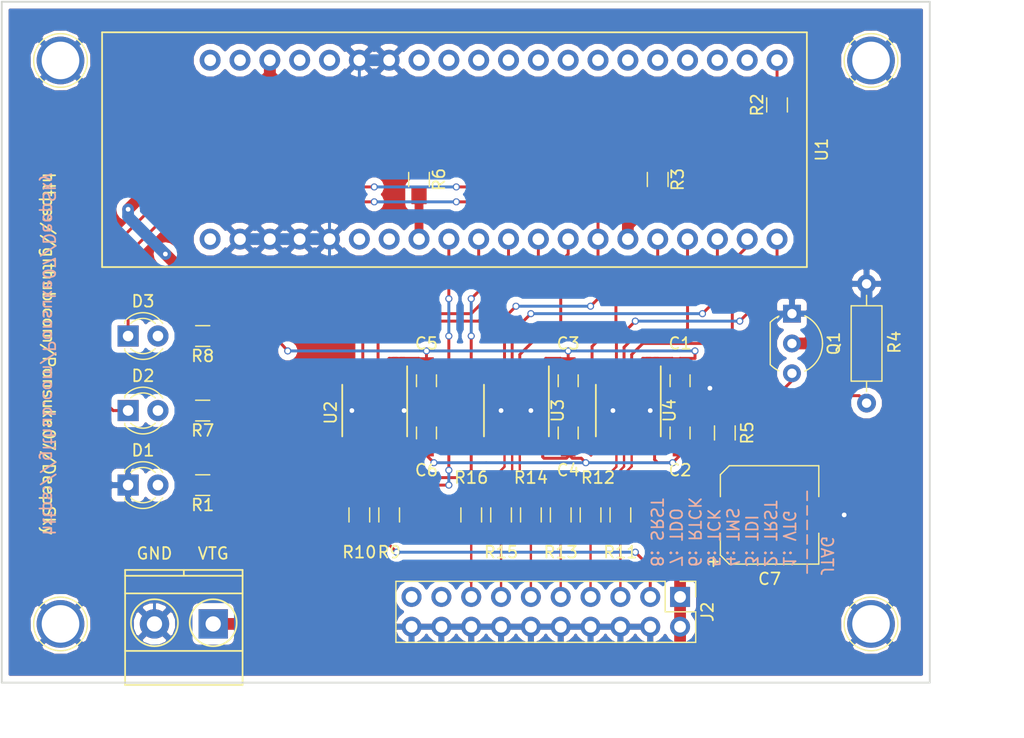
<source format=kicad_pcb>
(kicad_pcb (version 4) (host pcbnew 4.0.7-e2-6376~61~ubuntu18.04.1)
  (layers (0 F.Cu signal) (31 B.Cu signal) (34 B.Paste user) (35 F.Paste user) (36 B.SilkS user) (37 F.SilkS user) (38 B.Mask user) (39 F.Mask user) (44 Edge.Cuts user))
  (net 0 "")
  (net 1 VCC)
  (net 2 GND)
  (net 3 /TARGET_VCC)
  (net 4 "Net-(D1-Pad2)")
  (net 5 /nTARGET_VCC)
  (net 6 "Net-(D2-Pad2)")
  (net 7 /nSRST_IN)
  (net 8 "Net-(D3-Pad2)")
  (net 9 /nTRST_T)
  (net 10 /TDI_T)
  (net 11 /TMS_T)
  (net 12 /TCK_T)
  (net 13 /RTCK_T)
  (net 14 /TDO_T)
  (net 15 /nSRST_T)
  (net 16 "Net-(J2-Pad17)")
  (net 17 "Net-(J2-Pad19)")
  (net 18 "Net-(Q1-Pad3)")
  (net 19 "Net-(R2-Pad2)")
  (net 20 "Net-(R6-Pad2)")
  (net 21 "Net-(R9-Pad1)")
  (net 22 "Net-(R10-Pad1)")
  (net 23 "Net-(R11-Pad1)")
  (net 24 "Net-(R12-Pad1)")
  (net 25 "Net-(R13-Pad1)")
  (net 26 "Net-(R14-Pad1)")
  (net 27 "Net-(R15-Pad1)")
  (net 28 "Net-(R16-Pad1)")
  (net 29 "Net-(U1-Pad2)")
  (net 30 "Net-(U1-Pad3)")
  (net 31 "Net-(U1-Pad4)")
  (net 32 "Net-(U1-Pad5)")
  (net 33 "Net-(U1-Pad6)")
  (net 34 "Net-(U1-Pad7)")
  (net 35 "Net-(U1-Pad8)")
  (net 36 "Net-(U1-Pad9)")
  (net 37 "Net-(U1-Pad10)")
  (net 38 "Net-(U1-Pad11)")
  (net 39 "Net-(U1-Pad12)")
  (net 40 "Net-(U1-Pad13)")
  (net 41 "Net-(U1-Pad16)")
  (net 42 "Net-(U1-Pad17)")
  (net 43 "Net-(U1-Pad19)")
  (net 44 "Net-(U1-Pad20)")
  (net 45 "Net-(U1-Pad21)")
  (net 46 "Net-(U1-Pad26)")
  (net 47 "Net-(U1-Pad27)")
  (net 48 /nOE_SRST)
  (net 49 /nOE_TRST)
  (net 50 /nSRST)
  (net 51 /nTRST)
  (net 52 /RTCK)
  (net 53 /nOE)
  (net 54 /TMS)
  (net 55 /TDO)
  (net 56 /TDI)
  (net 57 /TCK)
  (net 58 "Net-(U2-Pad10)")
  (net 59 "Net-(U2-Pad12)")
  (net 60 "Net-(U3-Pad7)")
  (net 61 "Net-(U4-Pad10)")
  (module Capacitors_SMD:C_0805_HandSoldering (layer F.Cu) (at 156.745 105.285 270)
    (fp_text reference C1 (at -3.175 0 360) (layer F.SilkS))
    (fp_text value 0.1u hide)
    (pad 1 smd rect (at -1.25 0 270) (size 1.5 1.25) (layers F.Cu F.Paste F.Mask) (net 1 VCC))
    (pad 2 smd rect (at 1.25 0 270) (size 1.5 1.25) (layers F.Cu F.Paste F.Mask) (net 2 GND))
  )
  (module Capacitors_SMD:C_0805_HandSoldering (layer F.Cu) (at 156.745 109.73 90)
    (fp_text reference C2 (at -3.175 0 360) (layer F.SilkS))
    (fp_text value 0.1u hide)
    (pad 1 smd rect (at -1.25 0 90) (size 1.5 1.25) (layers F.Cu F.Paste F.Mask) (net 3 /TARGET_VCC))
    (pad 2 smd rect (at 1.25 0 90) (size 1.5 1.25) (layers F.Cu F.Paste F.Mask) (net 2 GND))
  )
  (module Capacitors_SMD:C_0805_HandSoldering (layer F.Cu) (at 147.22 105.285 270)
    (fp_text reference C3 (at -3.175 0 360) (layer F.SilkS))
    (fp_text value 0.1u hide)
    (pad 1 smd rect (at -1.25 0 270) (size 1.5 1.25) (layers F.Cu F.Paste F.Mask) (net 1 VCC))
    (pad 2 smd rect (at 1.25 0 270) (size 1.5 1.25) (layers F.Cu F.Paste F.Mask) (net 2 GND))
  )
  (module Capacitors_SMD:C_0805_HandSoldering (layer F.Cu) (at 147.22 109.73 90)
    (fp_text reference C4 (at -3.175 0 180) (layer F.SilkS))
    (fp_text value 0.1u hide)
    (pad 1 smd rect (at -1.25 0 90) (size 1.5 1.25) (layers F.Cu F.Paste F.Mask) (net 3 /TARGET_VCC))
    (pad 2 smd rect (at 1.25 0 90) (size 1.5 1.25) (layers F.Cu F.Paste F.Mask) (net 2 GND))
  )
  (module Capacitors_SMD:C_0805_HandSoldering (layer F.Cu) (at 135.155 105.285 270)
    (fp_text reference C5 (at -3.175 0 360) (layer F.SilkS))
    (fp_text value 0.1u hide)
    (pad 1 smd rect (at -1.25 0 270) (size 1.5 1.25) (layers F.Cu F.Paste F.Mask) (net 1 VCC))
    (pad 2 smd rect (at 1.25 0 270) (size 1.5 1.25) (layers F.Cu F.Paste F.Mask) (net 2 GND))
  )
  (module Capacitors_SMD:C_0805_HandSoldering (layer F.Cu) (at 135.155 109.73 90)
    (fp_text reference C6 (at -3.175 0 360) (layer F.SilkS))
    (fp_text value 0.1u hide)
    (pad 1 smd rect (at -1.25 0 90) (size 1.5 1.25) (layers F.Cu F.Paste F.Mask) (net 3 /TARGET_VCC))
    (pad 2 smd rect (at 1.25 0 90) (size 1.5 1.25) (layers F.Cu F.Paste F.Mask) (net 2 GND))
  )
  (module Capacitors_SMD:CP_Elec_8x6.7 (layer F.Cu) (at 164.365 116.715)
    (fp_text reference C7 (at 0 5.45) (layer F.SilkS))
    (fp_text value 47u)
    (fp_text user + (at -4.78 3.91) (layer F.SilkS))
    (pad 1 smd rect (at -3.05 0 180) (size 4 2.5) (layers F.Cu F.Paste F.Mask) (net 3 /TARGET_VCC))
    (pad 2 smd rect (at 3.05 0 180) (size 4 2.5) (layers F.Cu F.Paste F.Mask) (net 2 GND))
  )
  (module LEDs:LED_D3.0mm (layer F.Cu) (at 109.755 114.175)
    (fp_text reference D1 (at 1.27 -2.96) (layer F.SilkS))
    (fp_text value LED hide)
    (pad 1 thru_hole rect (at 0 0) (size 1.8 1.8) (drill 0.9) (layers *.Cu *.Mask) (net 2 GND))
    (pad 2 thru_hole circle (at 2.54 0) (size 1.8 1.8) (drill 0.9) (layers *.Cu *.Mask) (net 4 "Net-(D1-Pad2)"))
  )
  (module LEDs:LED_D3.0mm (layer F.Cu) (at 109.755 107.825)
    (fp_text reference D2 (at 1.27 -2.96) (layer F.SilkS))
    (fp_text value LED hide)
    (pad 1 thru_hole rect (at 0 0) (size 1.8 1.8) (drill 0.9) (layers *.Cu *.Mask) (net 5 /nTARGET_VCC))
    (pad 2 thru_hole circle (at 2.54 0) (size 1.8 1.8) (drill 0.9) (layers *.Cu *.Mask) (net 6 "Net-(D2-Pad2)"))
  )
  (module LEDs:LED_D3.0mm (layer F.Cu) (at 109.755 101.475)
    (fp_text reference D3 (at 1.27 -2.96) (layer F.SilkS))
    (fp_text value LED hide)
    (pad 1 thru_hole rect (at 0 0) (size 1.8 1.8) (drill 0.9) (layers *.Cu *.Mask) (net 7 /nSRST_IN))
    (pad 2 thru_hole circle (at 2.54 0) (size 1.8 1.8) (drill 0.9) (layers *.Cu *.Mask) (net 8 "Net-(D3-Pad2)"))
  )
  (module TerminalBlocks_Phoenix:TerminalBlock_Phoenix_MKDS1.5-2pol (layer F.Cu) (at 117 126 180)
    (fp_text reference J1 hide)
    (fp_text value Screw_Terminal_01x02 hide)
    (pad 1 thru_hole rect (at 0 0 180) (size 2.5 2.5) (drill 1.3) (layers *.Cu *.Mask) (net 3 /TARGET_VCC))
    (pad 2 thru_hole circle (at 5 0 180) (size 2.5 2.5) (drill 1.3) (layers *.Cu *.Mask) (net 2 GND))
  )
  (module Pin_Headers:Pin_Header_Straight_2x10_Pitch2.54mm (layer F.Cu) (at 156.745 123.7 270)
    (fp_text reference J2 (at 1.27 -2.33 270) (layer F.SilkS))
    (fp_text value Conn_JTAG)
    (pad 1 thru_hole rect (at 0 0 270) (size 1.7 1.7) (drill 1) (layers *.Cu *.Mask) (net 3 /TARGET_VCC))
    (pad 2 thru_hole oval (at 2.54 0 270) (size 1.7 1.7) (drill 1) (layers *.Cu *.Mask) (net 3 /TARGET_VCC))
    (pad 3 thru_hole oval (at 0 2.54 270) (size 1.7 1.7) (drill 1) (layers *.Cu *.Mask) (net 9 /nTRST_T))
    (pad 4 thru_hole oval (at 2.54 2.54 270) (size 1.7 1.7) (drill 1) (layers *.Cu *.Mask) (net 2 GND))
    (pad 5 thru_hole oval (at 0 5.08 270) (size 1.7 1.7) (drill 1) (layers *.Cu *.Mask) (net 10 /TDI_T))
    (pad 6 thru_hole oval (at 2.54 5.08 270) (size 1.7 1.7) (drill 1) (layers *.Cu *.Mask) (net 2 GND))
    (pad 7 thru_hole oval (at 0 7.62 270) (size 1.7 1.7) (drill 1) (layers *.Cu *.Mask) (net 11 /TMS_T))
    (pad 8 thru_hole oval (at 2.54 7.62 270) (size 1.7 1.7) (drill 1) (layers *.Cu *.Mask) (net 2 GND))
    (pad 9 thru_hole oval (at 0 10.16 270) (size 1.7 1.7) (drill 1) (layers *.Cu *.Mask) (net 12 /TCK_T))
    (pad 10 thru_hole oval (at 2.54 10.16 270) (size 1.7 1.7) (drill 1) (layers *.Cu *.Mask) (net 2 GND))
    (pad 11 thru_hole oval (at 0 12.7 270) (size 1.7 1.7) (drill 1) (layers *.Cu *.Mask) (net 13 /RTCK_T))
    (pad 12 thru_hole oval (at 2.54 12.7 270) (size 1.7 1.7) (drill 1) (layers *.Cu *.Mask) (net 2 GND))
    (pad 13 thru_hole oval (at 0 15.24 270) (size 1.7 1.7) (drill 1) (layers *.Cu *.Mask) (net 14 /TDO_T))
    (pad 14 thru_hole oval (at 2.54 15.24 270) (size 1.7 1.7) (drill 1) (layers *.Cu *.Mask) (net 2 GND))
    (pad 15 thru_hole oval (at 0 17.78 270) (size 1.7 1.7) (drill 1) (layers *.Cu *.Mask) (net 15 /nSRST_T))
    (pad 16 thru_hole oval (at 2.54 17.78 270) (size 1.7 1.7) (drill 1) (layers *.Cu *.Mask) (net 2 GND))
    (pad 17 thru_hole oval (at 0 20.32 270) (size 1.7 1.7) (drill 1) (layers *.Cu *.Mask) (net 16 "Net-(J2-Pad17)"))
    (pad 18 thru_hole oval (at 2.54 20.32 270) (size 1.7 1.7) (drill 1) (layers *.Cu *.Mask) (net 2 GND))
    (pad 19 thru_hole oval (at 0 22.86 270) (size 1.7 1.7) (drill 1) (layers *.Cu *.Mask) (net 17 "Net-(J2-Pad19)"))
    (pad 20 thru_hole oval (at 2.54 22.86 270) (size 1.7 1.7) (drill 1) (layers *.Cu *.Mask) (net 2 GND))
  )
  (module TO_SOT_Packages_THT:TO-92_Inline_Wide (layer F.Cu) (at 166.27 99.57 270)
    (fp_text reference Q1 (at 2.54 -3.56 450) (layer F.SilkS))
    (fp_text value 2SC1815)
    (pad 2 thru_hole circle (at 2.54 0) (size 1.52 1.52) (drill 0.8) (layers *.Cu *.Mask) (net 5 /nTARGET_VCC))
    (pad 3 thru_hole circle (at 5.08 0) (size 1.52 1.52) (drill 0.8) (layers *.Cu *.Mask) (net 18 "Net-(Q1-Pad3)"))
    (pad 1 thru_hole rect (at 0 0) (size 1.52 1.52) (drill 0.8) (layers *.Cu *.Mask) (net 2 GND))
  )
  (module Resistors_SMD:R_0805_HandSoldering (layer F.Cu) (at 165 81.79 90)
    (fp_text reference R2 (at 0 -1.7 90) (layer F.SilkS))
    (fp_text value 10K hide)
    (pad 1 smd rect (at -1.35 0 90) (size 1.5 1.3) (layers F.Cu F.Paste F.Mask) (net 1 VCC))
    (pad 2 smd rect (at 1.35 0 90) (size 1.5 1.3) (layers F.Cu F.Paste F.Mask) (net 19 "Net-(R2-Pad2)"))
  )
  (module Resistors_SMD:R_0805_HandSoldering (layer F.Cu) (at 154.84 88.14 270)
    (fp_text reference R3 (at 0 -1.7 270) (layer F.SilkS))
    (fp_text value 10K hide)
    (pad 1 smd rect (at -1.35 0 270) (size 1.5 1.3) (layers F.Cu F.Paste F.Mask) (net 1 VCC))
    (pad 2 smd rect (at 1.35 0 270) (size 1.5 1.3) (layers F.Cu F.Paste F.Mask) (net 5 /nTARGET_VCC))
  )
  (module Resistors_THT:R_Axial_DIN0207_L6.3mm_D2.5mm_P10.16mm_Horizontal (layer F.Cu) (at 172.62 107.19 90)
    (fp_text reference R4 (at 5.19 2.38 90) (layer F.SilkS))
    (fp_text value 100K hide)
    (pad 1 thru_hole circle (at 0 0 90) (size 1.6 1.6) (drill 0.8) (layers *.Cu *.Mask) (net 18 "Net-(Q1-Pad3)"))
    (pad 2 thru_hole oval (at 10.16 0 90) (size 1.6 1.6) (drill 0.8) (layers *.Cu *.Mask) (net 2 GND))
  )
  (module Resistors_SMD:R_0805_HandSoldering (layer F.Cu) (at 160.555 109.73 90)
    (fp_text reference R5 (at 0 1.905 270) (layer F.SilkS))
    (fp_text value 4.7K hide)
    (pad 1 smd rect (at -1.35 0 90) (size 1.5 1.3) (layers F.Cu F.Paste F.Mask) (net 3 /TARGET_VCC))
    (pad 2 smd rect (at 1.35 0 90) (size 1.5 1.3) (layers F.Cu F.Paste F.Mask) (net 18 "Net-(Q1-Pad3)"))
  )
  (module Resistors_SMD:R_0805_HandSoldering (layer F.Cu) (at 134.52 88.14 270)
    (fp_text reference R6 (at 0 -1.7 270) (layer F.SilkS))
    (fp_text value 10K hide)
    (pad 1 smd rect (at -1.35 0 270) (size 1.5 1.3) (layers F.Cu F.Paste F.Mask) (net 1 VCC))
    (pad 2 smd rect (at 1.35 0 270) (size 1.5 1.3) (layers F.Cu F.Paste F.Mask) (net 20 "Net-(R6-Pad2)"))
  )
  (module Resistors_SMD:R_0805_HandSoldering (layer F.Cu) (at 116.105 107.825 180)
    (fp_text reference R7 (at 0 -1.7 180) (layer F.SilkS))
    (fp_text value 4.7K hide)
    (pad 1 smd rect (at -1.35 0 180) (size 1.5 1.3) (layers F.Cu F.Paste F.Mask) (net 1 VCC))
    (pad 2 smd rect (at 1.35 0 180) (size 1.5 1.3) (layers F.Cu F.Paste F.Mask) (net 6 "Net-(D2-Pad2)"))
  )
  (module Resistors_SMD:R_0805_HandSoldering (layer F.Cu) (at 116.105 101.475 180)
    (fp_text reference R8 (at 0 -1.7 180) (layer F.SilkS))
    (fp_text value 4.7K hide)
    (pad 1 smd rect (at -1.35 0 180) (size 1.5 1.3) (layers F.Cu F.Paste F.Mask) (net 1 VCC))
    (pad 2 smd rect (at 1.35 0 180) (size 1.5 1.3) (layers F.Cu F.Paste F.Mask) (net 8 "Net-(D3-Pad2)"))
  )
  (module Resistors_SMD:R_0805_HandSoldering (layer F.Cu) (at 131.98 116.715 270)
    (fp_text reference R9 (at 3.175 0 360) (layer F.SilkS))
    (fp_text value 68 hide)
    (pad 1 smd rect (at -1.35 0 270) (size 1.5 1.3) (layers F.Cu F.Paste F.Mask) (net 21 "Net-(R9-Pad1)"))
    (pad 2 smd rect (at 1.35 0 270) (size 1.5 1.3) (layers F.Cu F.Paste F.Mask) (net 9 /nTRST_T))
  )
  (module Resistors_SMD:R_0805_HandSoldering (layer F.Cu) (at 129.44 116.715 270)
    (fp_text reference R10 (at 3.175 0 360) (layer F.SilkS))
    (fp_text value 68 hide)
    (pad 1 smd rect (at -1.35 0 270) (size 1.5 1.3) (layers F.Cu F.Paste F.Mask) (net 22 "Net-(R10-Pad1)"))
    (pad 2 smd rect (at 1.35 0 270) (size 1.5 1.3) (layers F.Cu F.Paste F.Mask) (net 15 /nSRST_T))
  )
  (module Resistors_SMD:R_0805_HandSoldering (layer F.Cu) (at 151.665 116.715 270)
    (fp_text reference R11 (at 3.175 0 360) (layer F.SilkS))
    (fp_text value 68 hide)
    (pad 1 smd rect (at -1.35 0 270) (size 1.5 1.3) (layers F.Cu F.Paste F.Mask) (net 23 "Net-(R11-Pad1)"))
    (pad 2 smd rect (at 1.35 0 270) (size 1.5 1.3) (layers F.Cu F.Paste F.Mask) (net 10 /TDI_T))
  )
  (module Resistors_SMD:R_0805_HandSoldering (layer F.Cu) (at 149.125 116.715 270)
    (fp_text reference R12 (at -3.175 -0.635 540) (layer F.SilkS))
    (fp_text value 68 hide)
    (pad 1 smd rect (at -1.35 0 270) (size 1.5 1.3) (layers F.Cu F.Paste F.Mask) (net 24 "Net-(R12-Pad1)"))
    (pad 2 smd rect (at 1.35 0 270) (size 1.5 1.3) (layers F.Cu F.Paste F.Mask) (net 11 /TMS_T))
  )
  (module Resistors_SMD:R_0805_HandSoldering (layer F.Cu) (at 146.585 116.715 270)
    (fp_text reference R13 (at 3.175 0 540) (layer F.SilkS))
    (fp_text value 68 hide)
    (pad 1 smd rect (at -1.35 0 270) (size 1.5 1.3) (layers F.Cu F.Paste F.Mask) (net 25 "Net-(R13-Pad1)"))
    (pad 2 smd rect (at 1.35 0 270) (size 1.5 1.3) (layers F.Cu F.Paste F.Mask) (net 12 /TCK_T))
  )
  (module Resistors_SMD:R_0805_HandSoldering (layer F.Cu) (at 144.045 116.715 270)
    (fp_text reference R14 (at -3.175 0 540) (layer F.SilkS))
    (fp_text value 68 hide)
    (pad 1 smd rect (at -1.35 0 270) (size 1.5 1.3) (layers F.Cu F.Paste F.Mask) (net 26 "Net-(R14-Pad1)"))
    (pad 2 smd rect (at 1.35 0 270) (size 1.5 1.3) (layers F.Cu F.Paste F.Mask) (net 13 /RTCK_T))
  )
  (module Resistors_SMD:R_0805_HandSoldering (layer F.Cu) (at 141.505 116.715 270)
    (fp_text reference R15 (at 3.175 0 360) (layer F.SilkS))
    (fp_text value 68 hide)
    (pad 1 smd rect (at -1.35 0 270) (size 1.5 1.3) (layers F.Cu F.Paste F.Mask) (net 27 "Net-(R15-Pad1)"))
    (pad 2 smd rect (at 1.35 0 270) (size 1.5 1.3) (layers F.Cu F.Paste F.Mask) (net 14 /TDO_T))
  )
  (module Resistors_SMD:R_0805_HandSoldering (layer F.Cu) (at 138.965 116.715 270)
    (fp_text reference R16 (at -3.175 0 360) (layer F.SilkS))
    (fp_text value 68 hide)
    (pad 1 smd rect (at -1.35 0 270) (size 1.5 1.3) (layers F.Cu F.Paste F.Mask) (net 28 "Net-(R16-Pad1)"))
    (pad 2 smd rect (at 1.35 0 270) (size 1.5 1.3) (layers F.Cu F.Paste F.Mask) (net 15 /nSRST_T))
  )
  (module AE-2232:AE-FT2232 (layer F.Cu) (at 140.87 85.6 270)
    (fp_text reference U1 (at 0 -27.94 270) (layer F.SilkS))
    (fp_text value FT2232D hide)
    (pad 1 thru_hole circle (at -7.62 -24.13 270) (size 1.778 1.778) (drill 1) (layers *.Cu *.Mask) (net 19 "Net-(R2-Pad2)"))
    (pad 2 thru_hole circle (at -7.62 -21.59 270) (size 1.778 1.778) (drill 1) (layers *.Cu *.Mask) (net 29 "Net-(U1-Pad2)"))
    (pad 3 thru_hole circle (at -7.62 -19.05 270) (size 1.778 1.778) (drill 1) (layers *.Cu *.Mask) (net 30 "Net-(U1-Pad3)"))
    (pad 4 thru_hole circle (at -7.62 -16.51 270) (size 1.778 1.778) (drill 1) (layers *.Cu *.Mask) (net 31 "Net-(U1-Pad4)"))
    (pad 5 thru_hole circle (at -7.62 -13.97 270) (size 1.778 1.778) (drill 1) (layers *.Cu *.Mask) (net 32 "Net-(U1-Pad5)"))
    (pad 6 thru_hole circle (at -7.62 -11.43 270) (size 1.778 1.778) (drill 1) (layers *.Cu *.Mask) (net 33 "Net-(U1-Pad6)"))
    (pad 7 thru_hole circle (at -7.62 -8.89 270) (size 1.778 1.778) (drill 1) (layers *.Cu *.Mask) (net 34 "Net-(U1-Pad7)"))
    (pad 8 thru_hole circle (at -7.62 -6.35 270) (size 1.778 1.778) (drill 1) (layers *.Cu *.Mask) (net 35 "Net-(U1-Pad8)"))
    (pad 9 thru_hole circle (at -7.62 -3.81 270) (size 1.778 1.778) (drill 1) (layers *.Cu *.Mask) (net 36 "Net-(U1-Pad9)"))
    (pad 10 thru_hole circle (at -7.62 -1.27 270) (size 1.778 1.778) (drill 1) (layers *.Cu *.Mask) (net 37 "Net-(U1-Pad10)"))
    (pad 11 thru_hole circle (at -7.62 1.27 270) (size 1.778 1.778) (drill 1) (layers *.Cu *.Mask) (net 38 "Net-(U1-Pad11)"))
    (pad 12 thru_hole circle (at -7.62 3.81 270) (size 1.778 1.778) (drill 1) (layers *.Cu *.Mask) (net 39 "Net-(U1-Pad12)"))
    (pad 13 thru_hole circle (at -7.62 6.35 270) (size 1.778 1.778) (drill 1) (layers *.Cu *.Mask) (net 40 "Net-(U1-Pad13)"))
    (pad 14 thru_hole circle (at -7.62 8.89 270) (size 1.778 1.778) (drill 1) (layers *.Cu *.Mask) (net 2 GND))
    (pad 15 thru_hole circle (at -7.62 11.43 270) (size 1.778 1.778) (drill 1) (layers *.Cu *.Mask) (net 2 GND))
    (pad 16 thru_hole circle (at -7.62 13.97 270) (size 1.778 1.778) (drill 1) (layers *.Cu *.Mask) (net 41 "Net-(U1-Pad16)"))
    (pad 17 thru_hole circle (at -7.62 16.51 270) (size 1.778 1.778) (drill 1) (layers *.Cu *.Mask) (net 42 "Net-(U1-Pad17)"))
    (pad 18 thru_hole circle (at -7.62 19.05 270) (size 1.778 1.778) (drill 1) (layers *.Cu *.Mask) (net 1 VCC))
    (pad 19 thru_hole circle (at -7.62 21.59 270) (size 1.778 1.778) (drill 1) (layers *.Cu *.Mask) (net 43 "Net-(U1-Pad19)"))
    (pad 20 thru_hole circle (at -7.62 24.13 270) (size 1.778 1.778) (drill 1) (layers *.Cu *.Mask) (net 44 "Net-(U1-Pad20)"))
    (pad 21 thru_hole circle (at 7.62 24.13 270) (size 1.778 1.778) (drill 1) (layers *.Cu *.Mask) (net 45 "Net-(U1-Pad21)"))
    (pad 22 thru_hole circle (at 7.62 21.59 270) (size 1.778 1.778) (drill 1) (layers *.Cu *.Mask) (net 2 GND))
    (pad 23 thru_hole circle (at 7.62 19.05 270) (size 1.778 1.778) (drill 1) (layers *.Cu *.Mask) (net 2 GND))
    (pad 24 thru_hole circle (at 7.62 16.51 270) (size 1.778 1.778) (drill 1) (layers *.Cu *.Mask) (net 2 GND))
    (pad 25 thru_hole circle (at 7.62 13.97 270) (size 1.778 1.778) (drill 1) (layers *.Cu *.Mask) (net 2 GND))
    (pad 26 thru_hole circle (at 7.62 11.43 270) (size 1.778 1.778) (drill 1) (layers *.Cu *.Mask) (net 46 "Net-(U1-Pad26)"))
    (pad 27 thru_hole circle (at 7.62 8.89 270) (size 1.778 1.778) (drill 1) (layers *.Cu *.Mask) (net 47 "Net-(U1-Pad27)"))
    (pad 28 thru_hole circle (at 7.62 6.35 270) (size 1.778 1.778) (drill 1) (layers *.Cu *.Mask) (net 20 "Net-(R6-Pad2)"))
    (pad 29 thru_hole circle (at 7.62 3.81 270) (size 1.778 1.778) (drill 1) (layers *.Cu *.Mask) (net 48 /nOE_SRST))
    (pad 30 thru_hole circle (at 7.62 1.27 270) (size 1.778 1.778) (drill 1) (layers *.Cu *.Mask) (net 49 /nOE_TRST))
    (pad 31 thru_hole circle (at 7.62 -1.27 270) (size 1.778 1.778) (drill 1) (layers *.Cu *.Mask) (net 50 /nSRST))
    (pad 32 thru_hole circle (at 7.62 -3.81 270) (size 1.778 1.778) (drill 1) (layers *.Cu *.Mask) (net 51 /nTRST))
    (pad 33 thru_hole circle (at 7.62 -6.35 270) (size 1.778 1.778) (drill 1) (layers *.Cu *.Mask) (net 52 /RTCK))
    (pad 34 thru_hole circle (at 7.62 -8.89 270) (size 1.778 1.778) (drill 1) (layers *.Cu *.Mask) (net 7 /nSRST_IN))
    (pad 35 thru_hole circle (at 7.62 -11.43 270) (size 1.778 1.778) (drill 1) (layers *.Cu *.Mask) (net 5 /nTARGET_VCC))
    (pad 36 thru_hole circle (at 7.62 -13.97 270) (size 1.778 1.778) (drill 1) (layers *.Cu *.Mask) (net 53 /nOE))
    (pad 37 thru_hole circle (at 7.62 -16.51 270) (size 1.778 1.778) (drill 1) (layers *.Cu *.Mask) (net 54 /TMS))
    (pad 38 thru_hole circle (at 7.62 -19.05 270) (size 1.778 1.778) (drill 1) (layers *.Cu *.Mask) (net 55 /TDO))
    (pad 39 thru_hole circle (at 7.62 -21.59 270) (size 1.778 1.778) (drill 1) (layers *.Cu *.Mask) (net 56 /TDI))
    (pad 40 thru_hole circle (at 7.62 -24.13 270) (size 1.778 1.778) (drill 1) (layers *.Cu *.Mask) (net 57 /TCK))
  )
  (module Package_SO:TSSOP-16_4.4x5mm_P0.65mm (layer F.Cu) (at 130.71 107.825 270)
    (fp_text reference U2 (at 0.175 3.71 270) (layer F.SilkS))
    (fp_text value SN74AVC4T245PW hide)
    (pad 1 smd rect (at -2.95 -2.275 270) (size 1.5 0.45) (layers F.Cu F.Paste F.Mask) (net 1 VCC))
    (pad 2 smd rect (at -2.95 -1.625 270) (size 1.5 0.45) (layers F.Cu F.Paste F.Mask) (net 1 VCC))
    (pad 3 smd rect (at -2.95 -0.975 270) (size 1.5 0.45) (layers F.Cu F.Paste F.Mask) (net 1 VCC))
    (pad 4 smd rect (at -2.95 -0.325 270) (size 1.5 0.45) (layers F.Cu F.Paste F.Mask) (net 51 /nTRST))
    (pad 5 smd rect (at -2.95 0.325 270) (size 1.5 0.45) (layers F.Cu F.Paste F.Mask) (net 2 GND))
    (pad 6 smd rect (at -2.95 0.975 270) (size 1.5 0.45) (layers F.Cu F.Paste F.Mask) (net 50 /nSRST))
    (pad 7 smd rect (at -2.95 1.625 270) (size 1.5 0.45) (layers F.Cu F.Paste F.Mask) (net 2 GND))
    (pad 8 smd rect (at -2.95 2.275 270) (size 1.5 0.45) (layers F.Cu F.Paste F.Mask) (net 2 GND))
    (pad 9 smd rect (at 2.95 2.275 270) (size 1.5 0.45) (layers F.Cu F.Paste F.Mask) (net 2 GND))
    (pad 10 smd rect (at 2.95 1.625 270) (size 1.5 0.45) (layers F.Cu F.Paste F.Mask) (net 58 "Net-(U2-Pad10)"))
    (pad 11 smd rect (at 2.95 0.975 270) (size 1.5 0.45) (layers F.Cu F.Paste F.Mask) (net 22 "Net-(R10-Pad1)"))
    (pad 12 smd rect (at 2.95 0.325 270) (size 1.5 0.45) (layers F.Cu F.Paste F.Mask) (net 59 "Net-(U2-Pad12)"))
    (pad 13 smd rect (at 2.95 -0.325 270) (size 1.5 0.45) (layers F.Cu F.Paste F.Mask) (net 21 "Net-(R9-Pad1)"))
    (pad 14 smd rect (at 2.95 -0.975 270) (size 1.5 0.45) (layers F.Cu F.Paste F.Mask) (net 48 /nOE_SRST))
    (pad 15 smd rect (at 2.95 -1.625 270) (size 1.5 0.45) (layers F.Cu F.Paste F.Mask) (net 49 /nOE_TRST))
    (pad 16 smd rect (at 2.95 -2.275 270) (size 1.5 0.45) (layers F.Cu F.Paste F.Mask) (net 3 /TARGET_VCC))
  )
  (module Package_SO:TSSOP-16_4.4x5mm_P0.65mm (layer F.Cu) (at 142.775 107.825 270)
    (fp_text reference U3 (at 0 -3.55 270) (layer F.SilkS))
    (fp_text value SN74AVC4T245PW hide)
    (pad 1 smd rect (at -2.95 -2.275 270) (size 1.5 0.45) (layers F.Cu F.Paste F.Mask) (net 1 VCC))
    (pad 2 smd rect (at -2.95 -1.625 270) (size 1.5 0.45) (layers F.Cu F.Paste F.Mask) (net 2 GND))
    (pad 3 smd rect (at -2.95 -0.975 270) (size 1.5 0.45) (layers F.Cu F.Paste F.Mask) (net 2 GND))
    (pad 4 smd rect (at -2.95 -0.325 270) (size 1.5 0.45) (layers F.Cu F.Paste F.Mask) (net 52 /RTCK))
    (pad 5 smd rect (at -2.95 0.325 270) (size 1.5 0.45) (layers F.Cu F.Paste F.Mask) (net 55 /TDO))
    (pad 6 smd rect (at -2.95 0.975 270) (size 1.5 0.45) (layers F.Cu F.Paste F.Mask) (net 7 /nSRST_IN))
    (pad 7 smd rect (at -2.95 1.625 270) (size 1.5 0.45) (layers F.Cu F.Paste F.Mask) (net 60 "Net-(U3-Pad7)"))
    (pad 8 smd rect (at -2.95 2.275 270) (size 1.5 0.45) (layers F.Cu F.Paste F.Mask) (net 2 GND))
    (pad 9 smd rect (at 2.95 2.275 270) (size 1.5 0.45) (layers F.Cu F.Paste F.Mask) (net 2 GND))
    (pad 10 smd rect (at 2.95 1.625 270) (size 1.5 0.45) (layers F.Cu F.Paste F.Mask) (net 2 GND))
    (pad 11 smd rect (at 2.95 0.975 270) (size 1.5 0.45) (layers F.Cu F.Paste F.Mask) (net 28 "Net-(R16-Pad1)"))
    (pad 12 smd rect (at 2.95 0.325 270) (size 1.5 0.45) (layers F.Cu F.Paste F.Mask) (net 27 "Net-(R15-Pad1)"))
    (pad 13 smd rect (at 2.95 -0.325 270) (size 1.5 0.45) (layers F.Cu F.Paste F.Mask) (net 26 "Net-(R14-Pad1)"))
    (pad 14 smd rect (at 2.95 -0.975 270) (size 1.5 0.45) (layers F.Cu F.Paste F.Mask) (net 2 GND))
    (pad 15 smd rect (at 2.95 -1.625 270) (size 1.5 0.45) (layers F.Cu F.Paste F.Mask) (net 2 GND))
    (pad 16 smd rect (at 2.95 -2.275 270) (size 1.5 0.45) (layers F.Cu F.Paste F.Mask) (net 3 /TARGET_VCC))
  )
  (module Package_SO:TSSOP-16_4.4x5mm_P0.65mm (layer F.Cu) (at 152.3 107.825 270)
    (fp_text reference U4 (at 0 -3.55 270) (layer F.SilkS))
    (fp_text value SN74AVC4T245PW hide)
    (pad 1 smd rect (at -2.95 -2.275 270) (size 1.5 0.45) (layers F.Cu F.Paste F.Mask) (net 1 VCC))
    (pad 2 smd rect (at -2.95 -1.625 270) (size 1.5 0.45) (layers F.Cu F.Paste F.Mask) (net 1 VCC))
    (pad 3 smd rect (at -2.95 -0.975 270) (size 1.5 0.45) (layers F.Cu F.Paste F.Mask) (net 1 VCC))
    (pad 4 smd rect (at -2.95 -0.325 270) (size 1.5 0.45) (layers F.Cu F.Paste F.Mask) (net 56 /TDI))
    (pad 5 smd rect (at -2.95 0.325 270) (size 1.5 0.45) (layers F.Cu F.Paste F.Mask) (net 54 /TMS))
    (pad 6 smd rect (at -2.95 0.975 270) (size 1.5 0.45) (layers F.Cu F.Paste F.Mask) (net 57 /TCK))
    (pad 7 smd rect (at -2.95 1.625 270) (size 1.5 0.45) (layers F.Cu F.Paste F.Mask) (net 2 GND))
    (pad 8 smd rect (at -2.95 2.275 270) (size 1.5 0.45) (layers F.Cu F.Paste F.Mask) (net 2 GND))
    (pad 9 smd rect (at 2.95 2.275 270) (size 1.5 0.45) (layers F.Cu F.Paste F.Mask) (net 2 GND))
    (pad 10 smd rect (at 2.95 1.625 270) (size 1.5 0.45) (layers F.Cu F.Paste F.Mask) (net 61 "Net-(U4-Pad10)"))
    (pad 11 smd rect (at 2.95 0.975 270) (size 1.5 0.45) (layers F.Cu F.Paste F.Mask) (net 25 "Net-(R13-Pad1)"))
    (pad 12 smd rect (at 2.95 0.325 270) (size 1.5 0.45) (layers F.Cu F.Paste F.Mask) (net 24 "Net-(R12-Pad1)"))
    (pad 13 smd rect (at 2.95 -0.325 270) (size 1.5 0.45) (layers F.Cu F.Paste F.Mask) (net 23 "Net-(R11-Pad1)"))
    (pad 14 smd rect (at 2.95 -0.975 270) (size 1.5 0.45) (layers F.Cu F.Paste F.Mask) (net 53 /nOE))
    (pad 15 smd rect (at 2.95 -1.625 270) (size 1.5 0.45) (layers F.Cu F.Paste F.Mask) (net 53 /nOE))
    (pad 16 smd rect (at 2.95 -2.275 270) (size 1.5 0.45) (layers F.Cu F.Paste F.Mask) (net 3 /TARGET_VCC))
  )
  (module Resistors_SMD:R_0805_HandSoldering (layer F.Cu) (at 116.105 114.175 180)
    (fp_text reference R1 (at 0 -1.7 180) (layer F.SilkS))
    (fp_text value 4.7K hide)
    (pad 1 smd rect (at -1.35 0 180) (size 1.5 1.3) (layers F.Cu F.Paste F.Mask) (net 1 VCC))
    (pad 2 smd rect (at 1.35 0 180) (size 1.5 1.3) (layers F.Cu F.Paste F.Mask) (net 4 "Net-(D1-Pad2)"))
  )
  (module Connectors:1pin (layer F.Cu) (at 104 126)
    (fp_text reference REF** hide)
    (fp_text value 1pin)
    (pad 1 thru_hole circle (at 0 0) (size 4.064 4.064) (drill 3.2) (layers *.Cu *.Mask) (net 2 GND))
  )
  (module Connectors:1pin (layer F.Cu) (at 104 78)
    (fp_text reference REF** hide)
    (fp_text value 1pin)
    (pad 1 thru_hole circle (at 0 0) (size 4.064 4.064) (drill 3.2) (layers *.Cu *.Mask) (net 2 GND))
  )
  (module Connectors:1pin (layer F.Cu) (at 173 126)
    (fp_text reference REF** hide)
    (fp_text value 1pin)
    (pad 1 thru_hole circle (at 0 0) (size 4.064 4.064) (drill 3.2) (layers *.Cu *.Mask) (net 2 GND))
  )
  (module Connectors:1pin (layer F.Cu) (at 173 78)
    (fp_text reference REF** hide)
    (fp_text value 1pin)
    (pad 1 thru_hole circle (at 0 0) (size 4.064 4.064) (drill 3.2) (layers *.Cu *.Mask) (net 2 GND))
  )
  (gr_text https://github.com/Ponsuke07/DeepSky (at 103 103 270) (layer F.SilkS) (effects (font (size 1 1))))
  (gr_text https://github.com/Ponsuke07/DeepSky (at 103 103 270) (layer B.SilkS) (effects (font (size 1 1)) (justify mirror)))
  (gr_text "JTAG\n------\n 1: VTG\n 2: TRST\n 3: TDI\n 4: TMS\n 5: TCK\n 6: RTCK\n 7: TDO\n 8: SRST" (at 162 122 270) (layer B.SilkS) (effects (font (size 1 1)) (justify left mirror)))
  (gr_text GND (at 112 120) (layer F.SilkS) (effects (font (size 1 1))))
  (gr_text VTG (at 117 120) (layer F.SilkS) (effects (font (size 1 1))))
  (gr_line (start 178 131) (end 178 73) (angle 90) (layer Edge.Cuts) (width 0.15))
  (gr_line (start 99 73) (end 99 131) (angle 90) (layer Edge.Cuts) (width 0.15))
  (gr_line (start 178 131) (end 99 131) (angle 90) (layer Edge.Cuts) (width 0.15))
  (gr_line (start 99 73) (end 178 73) (angle 90) (layer Edge.Cuts) (width 0.15))
  (segment (start 109.755 91.315) (end 109.755 90.68) (width 1) (layer B.Cu) (net 1))
  (segment (start 112.93 94.49) (end 109.755 91.315) (width 1) (layer B.Cu) (net 1))
  (segment (start 135.155 102.745) (end 123.344 102.745) (width 0.25) (layer B.Cu) (net 1))
  (segment (start 147.22 102.745) (end 158.015 102.745) (width 0.25) (layer B.Cu) (net 1))
  (segment (start 135.155 102.745) (end 147.22 102.745) (width 0.25) (layer B.Cu) (net 1))
  (segment (start 117.455 101.475) (end 117.455 99.015) (width 1) (layer F.Cu) (net 1))
  (segment (start 118.645 82.425) (end 121.82 79.25) (width 1) (layer F.Cu) (net 1))
  (segment (start 118.01 82.425) (end 118.645 82.425) (width 1) (layer F.Cu) (net 1))
  (segment (start 109.755 90.68) (end 118.01 82.425) (width 1) (layer F.Cu) (net 1))
  (via (at 109.755 90.68) (size 0.6) (drill 0.4) (layers F.Cu B.Cu) (net 1))
  (via (at 112.93 94.49) (size 0.6) (drill 0.4) (layers F.Cu B.Cu) (net 1))
  (segment (start 117.455 99.015) (end 112.93 94.49) (width 1) (layer F.Cu) (net 1))
  (segment (start 117.455 114.175) (end 117.455 107.825) (width 1) (layer F.Cu) (net 1))
  (segment (start 122.201 101.475) (end 117.455 101.475) (width 0.25) (layer F.Cu) (net 1))
  (segment (start 123.344 102.745) (end 122.201 101.475) (width 0.25) (layer F.Cu) (net 1))
  (via (at 123.344 102.745) (size 0.6) (drill 0.4) (layers F.Cu B.Cu) (net 1))
  (segment (start 158.015 103.38) (end 156.745 103.38) (width 0.25) (layer F.Cu) (net 1))
  (segment (start 158.015 102.745) (end 158.015 103.38) (width 0.25) (layer F.Cu) (net 1))
  (via (at 158.015 102.745) (size 0.6) (drill 0.4) (layers F.Cu B.Cu) (net 1))
  (segment (start 156.745 103.38) (end 156.745 104.035) (width 0.25) (layer F.Cu) (net 1))
  (segment (start 135.155 104.035) (end 135.155 102.745) (width 0.25) (layer F.Cu) (net 1))
  (segment (start 147.22 102.745) (end 147.22 104.035) (width 0.25) (layer F.Cu) (net 1))
  (via (at 147.22 102.745) (size 0.6) (drill 0.4) (layers F.Cu B.Cu) (net 1))
  (via (at 135.155 102.745) (size 0.6) (drill 0.4) (layers F.Cu B.Cu) (net 1))
  (segment (start 132.985 104.875) (end 132.985 103.38) (width 0.25) (layer F.Cu) (net 1))
  (segment (start 132.985 103.38) (end 133.25 103.38) (width 0.25) (layer F.Cu) (net 1))
  (segment (start 132.335 104.875) (end 132.335 103.38) (width 0.25) (layer F.Cu) (net 1))
  (segment (start 132.335 103.38) (end 132.615 103.38) (width 0.25) (layer F.Cu) (net 1))
  (segment (start 131.685 104.875) (end 131.685 103.675) (width 0.25) (layer F.Cu) (net 1))
  (segment (start 134.5 103.38) (end 135.155 104.035) (width 0.25) (layer F.Cu) (net 1))
  (segment (start 131.98 103.38) (end 132.615 103.38) (width 0.25) (layer F.Cu) (net 1))
  (segment (start 132.615 103.38) (end 133.25 103.38) (width 0.25) (layer F.Cu) (net 1))
  (segment (start 133.25 103.38) (end 134.5 103.38) (width 0.25) (layer F.Cu) (net 1))
  (segment (start 131.685 103.675) (end 131.98 103.38) (width 0.25) (layer F.Cu) (net 1))
  (segment (start 145.05 104.875) (end 145.05 103.645) (width 0.25) (layer F.Cu) (net 1))
  (segment (start 145.05 103.645) (end 145.315 103.38) (width 0.25) (layer F.Cu) (net 1))
  (segment (start 145.315 103.38) (end 146.565 103.38) (width 0.25) (layer F.Cu) (net 1))
  (segment (start 146.565 103.38) (end 147.22 104.035) (width 0.25) (layer F.Cu) (net 1))
  (segment (start 154.575 104.875) (end 154.575 103.38) (width 0.25) (layer F.Cu) (net 1))
  (segment (start 154.575 103.38) (end 154.84 103.38) (width 0.25) (layer F.Cu) (net 1))
  (segment (start 153.925 104.875) (end 153.925 103.38) (width 0.25) (layer F.Cu) (net 1))
  (segment (start 153.925 103.38) (end 154.205 103.38) (width 0.25) (layer F.Cu) (net 1))
  (segment (start 153.275 104.875) (end 153.275 103.675) (width 0.25) (layer F.Cu) (net 1))
  (segment (start 156.09 103.38) (end 156.745 104.035) (width 0.25) (layer F.Cu) (net 1))
  (segment (start 153.57 103.38) (end 154.205 103.38) (width 0.25) (layer F.Cu) (net 1))
  (segment (start 154.205 103.38) (end 154.84 103.38) (width 0.25) (layer F.Cu) (net 1))
  (segment (start 154.84 103.38) (end 156.09 103.38) (width 0.25) (layer F.Cu) (net 1))
  (segment (start 153.275 103.675) (end 153.57 103.38) (width 0.25) (layer F.Cu) (net 1))
  (segment (start 117.455 107.825) (end 117.455 101.475) (width 1) (layer F.Cu) (net 1))
  (segment (start 121.82 79.25) (end 121.82 77.98) (width 1) (layer F.Cu) (net 1))
  (segment (start 154.84 86.79) (end 154.84 85.6) (width 1) (layer F.Cu) (net 1))
  (segment (start 165 83.14) (end 165 85.6) (width 1) (layer F.Cu) (net 1))
  (segment (start 134.52 86.79) (end 134.52 85.6) (width 1) (layer F.Cu) (net 1))
  (segment (start 121.82 79.25) (end 121.82 77.98) (width 1) (layer F.Cu) (net 1))
  (segment (start 128.17 85.6) (end 121.82 79.25) (width 1) (layer F.Cu) (net 1))
  (segment (start 134.52 85.6) (end 128.17 85.6) (width 1) (layer F.Cu) (net 1))
  (segment (start 165 85.6) (end 154.84 85.6) (width 1) (layer F.Cu) (net 1))
  (segment (start 154.84 85.6) (end 134.52 85.6) (width 1) (layer F.Cu) (net 1))
  (segment (start 112 123) (end 128 123) (width 0.25) (layer B.Cu) (net 2))
  (segment (start 131.24 126.24) (end 133.885 126.24) (width 0.25) (layer B.Cu) (net 2))
  (segment (start 128 123) (end 131.24 126.24) (width 0.25) (layer B.Cu) (net 2))
  (segment (start 109.755 114.175) (end 109.755 120.755) (width 0.25) (layer B.Cu) (net 2))
  (segment (start 112 123) (end 112 126) (width 0.25) (layer B.Cu) (net 2))
  (segment (start 109.755 120.755) (end 112 123) (width 0.25) (layer B.Cu) (net 2))
  (segment (start 154.205 107.825) (end 151.03 107.825) (width 0.25) (layer B.Cu) (net 2))
  (via (at 151.03 107.825) (size 0.6) (drill 0.4) (layers F.Cu B.Cu) (net 2))
  (segment (start 126.9 93.22) (end 126.9 83.695) (width 0.25) (layer B.Cu) (net 2))
  (segment (start 129.44 81.155) (end 129.44 77.98) (width 0.25) (layer B.Cu) (net 2))
  (segment (start 126.9 83.695) (end 129.44 81.155) (width 0.25) (layer B.Cu) (net 2))
  (segment (start 126.9 93.22) (end 126.9 99.57) (width 0.25) (layer B.Cu) (net 2))
  (segment (start 126.9 99.57) (end 120.423 101.475) (width 0.25) (layer B.Cu) (net 2))
  (segment (start 120.423 101.475) (end 120.423 103.253) (width 0.25) (layer B.Cu) (net 2))
  (segment (start 120.423 103.253) (end 128.805 107.825) (width 0.25) (layer B.Cu) (net 2))
  (segment (start 109.755 114.175) (end 109.755 112.905) (width 0.25) (layer B.Cu) (net 2))
  (segment (start 125.63 111) (end 128.805 107.825) (width 0.25) (layer B.Cu) (net 2))
  (segment (start 111.66 111) (end 125.63 111) (width 0.25) (layer B.Cu) (net 2))
  (segment (start 109.755 112.905) (end 111.66 111) (width 0.25) (layer B.Cu) (net 2))
  (segment (start 126.9 93.22) (end 124.36 93.22) (width 1) (layer B.Cu) (net 2))
  (segment (start 124.36 93.22) (end 121.82 93.22) (width 1) (layer B.Cu) (net 2))
  (segment (start 121.82 93.22) (end 119.28 93.22) (width 1) (layer B.Cu) (net 2))
  (segment (start 129.44 77.98) (end 131.98 77.98) (width 1) (layer B.Cu) (net 2))
  (segment (start 172.62 101.475) (end 172.62 97.03) (width 1) (layer B.Cu) (net 2))
  (segment (start 170.715 103.38) (end 172.62 101.475) (width 1) (layer B.Cu) (net 2))
  (segment (start 170.715 116.715) (end 170.715 103.38) (width 1) (layer B.Cu) (net 2))
  (segment (start 144.045 107.825) (end 154.205 107.825) (width 0.25) (layer B.Cu) (net 2))
  (segment (start 134.5 107.825) (end 141.505 107.825) (width 0.25) (layer B.Cu) (net 2))
  (segment (start 133.25 107.825) (end 134.5 107.825) (width 0.25) (layer B.Cu) (net 2))
  (segment (start 166.27 99.57) (end 165.635 99.57) (width 0.25) (layer B.Cu) (net 2))
  (segment (start 165.635 99.57) (end 159.285 105.92) (width 0.25) (layer B.Cu) (net 2))
  (segment (start 166.27 99.57) (end 166.27 98.3) (width 0.25) (layer B.Cu) (net 2))
  (segment (start 167.54 97.03) (end 172.62 97.03) (width 0.25) (layer B.Cu) (net 2))
  (segment (start 166.27 98.3) (end 167.54 97.03) (width 0.25) (layer B.Cu) (net 2))
  (segment (start 133.885 126.24) (end 136.425 126.24) (width 0.25) (layer B.Cu) (net 2))
  (segment (start 136.425 126.24) (end 138.965 126.24) (width 0.25) (layer B.Cu) (net 2))
  (segment (start 138.965 126.24) (end 141.505 126.24) (width 0.25) (layer B.Cu) (net 2))
  (segment (start 141.505 126.24) (end 144.045 126.24) (width 0.25) (layer B.Cu) (net 2))
  (segment (start 144.045 126.24) (end 146.585 126.24) (width 0.25) (layer B.Cu) (net 2))
  (segment (start 146.585 126.24) (end 149.125 126.24) (width 0.25) (layer B.Cu) (net 2))
  (segment (start 149.125 126.24) (end 151.665 126.24) (width 0.25) (layer B.Cu) (net 2))
  (segment (start 151.665 126.24) (end 154.205 126.24) (width 0.25) (layer B.Cu) (net 2))
  (segment (start 133.25 107.825) (end 128.805 107.825) (width 0.25) (layer F.Cu) (net 2))
  (via (at 128.805 107.825) (size 0.6) (drill 0.4) (layers F.Cu B.Cu) (net 2))
  (segment (start 141.505 107.825) (end 144.045 107.825) (width 0.25) (layer F.Cu) (net 2))
  (via (at 144.045 107.825) (size 0.6) (drill 0.4) (layers F.Cu B.Cu) (net 2))
  (segment (start 150.025 110.775) (end 150.025 109.36) (width 0.25) (layer F.Cu) (net 2))
  (segment (start 150.025 109.36) (end 149.145 108.48) (width 0.25) (layer F.Cu) (net 2))
  (segment (start 149.145 108.48) (end 147.22 108.48) (width 0.25) (layer F.Cu) (net 2))
  (segment (start 167.415 116.715) (end 170.715 116.715) (width 1) (layer F.Cu) (net 2))
  (via (at 170.715 116.715) (size 0.6) (drill 0.4) (layers F.Cu B.Cu) (net 2))
  (segment (start 156.11 107.825) (end 156.745 108.46) (width 0.25) (layer F.Cu) (net 2))
  (segment (start 155.475 107.825) (end 156.11 107.825) (width 0.25) (layer F.Cu) (net 2))
  (segment (start 154.205 107.825) (end 155.475 107.825) (width 0.25) (layer F.Cu) (net 2))
  (via (at 154.205 107.825) (size 0.6) (drill 0.4) (layers F.Cu B.Cu) (net 2))
  (segment (start 156.745 108.46) (end 156.745 108.48) (width 0.25) (layer F.Cu) (net 2))
  (segment (start 141.505 107.825) (end 146.565 107.825) (width 0.25) (layer F.Cu) (net 2))
  (segment (start 146.565 107.825) (end 147.22 108.48) (width 0.25) (layer F.Cu) (net 2))
  (segment (start 133.25 107.825) (end 134.5 107.825) (width 0.25) (layer F.Cu) (net 2))
  (segment (start 134.5 107.825) (end 135.155 108.48) (width 0.25) (layer F.Cu) (net 2))
  (via (at 133.25 107.825) (size 0.6) (drill 0.4) (layers F.Cu B.Cu) (net 2))
  (via (at 141.505 107.825) (size 0.6) (drill 0.4) (layers F.Cu B.Cu) (net 2))
  (segment (start 135.155 106.535) (end 134.54 106.535) (width 0.25) (layer F.Cu) (net 2))
  (segment (start 158.67 106.535) (end 156.745 106.535) (width 0.25) (layer F.Cu) (net 2))
  (segment (start 159.285 105.92) (end 158.67 106.535) (width 0.25) (layer F.Cu) (net 2))
  (via (at 159.285 105.92) (size 0.6) (drill 0.4) (layers F.Cu B.Cu) (net 2))
  (segment (start 150.675 104.875) (end 150.675 106.535) (width 0.25) (layer F.Cu) (net 2))
  (segment (start 151.03 106.555) (end 151.03 106.535) (width 0.25) (layer F.Cu) (net 2))
  (segment (start 150.695 106.555) (end 151.03 106.555) (width 0.25) (layer F.Cu) (net 2))
  (segment (start 150.675 106.535) (end 150.695 106.555) (width 0.25) (layer F.Cu) (net 2))
  (segment (start 150.025 104.875) (end 150.025 106.185) (width 0.25) (layer F.Cu) (net 2))
  (segment (start 150.375 106.535) (end 151.03 106.535) (width 0.25) (layer F.Cu) (net 2))
  (segment (start 151.03 106.535) (end 156.745 106.535) (width 0.25) (layer F.Cu) (net 2))
  (segment (start 150.025 106.185) (end 150.375 106.535) (width 0.25) (layer F.Cu) (net 2))
  (segment (start 144.4 110.775) (end 144.4 108.48) (width 0.25) (layer F.Cu) (net 2))
  (segment (start 144.68 108.46) (end 144.68 108.48) (width 0.25) (layer F.Cu) (net 2))
  (segment (start 144.42 108.46) (end 144.68 108.46) (width 0.25) (layer F.Cu) (net 2))
  (segment (start 144.4 108.48) (end 144.42 108.46) (width 0.25) (layer F.Cu) (net 2))
  (segment (start 143.75 110.775) (end 143.75 108.48) (width 0.25) (layer F.Cu) (net 2))
  (segment (start 143.41 108.46) (end 143.41 108.48) (width 0.25) (layer F.Cu) (net 2))
  (segment (start 143.73 108.46) (end 143.41 108.46) (width 0.25) (layer F.Cu) (net 2))
  (segment (start 143.75 108.48) (end 143.73 108.46) (width 0.25) (layer F.Cu) (net 2))
  (segment (start 141.15 110.775) (end 141.15 108.48) (width 0.25) (layer F.Cu) (net 2))
  (segment (start 141.505 108.46) (end 141.505 108.48) (width 0.25) (layer F.Cu) (net 2))
  (segment (start 141.17 108.46) (end 141.505 108.46) (width 0.25) (layer F.Cu) (net 2))
  (segment (start 141.15 108.48) (end 141.17 108.46) (width 0.25) (layer F.Cu) (net 2))
  (segment (start 140.5 110.775) (end 140.5 108.83) (width 0.25) (layer F.Cu) (net 2))
  (segment (start 140.85 108.48) (end 141.505 108.48) (width 0.25) (layer F.Cu) (net 2))
  (segment (start 141.505 108.48) (end 143.41 108.48) (width 0.25) (layer F.Cu) (net 2))
  (segment (start 143.41 108.48) (end 144.68 108.48) (width 0.25) (layer F.Cu) (net 2))
  (segment (start 144.68 108.48) (end 147.22 108.48) (width 0.25) (layer F.Cu) (net 2))
  (segment (start 140.5 108.83) (end 140.85 108.48) (width 0.25) (layer F.Cu) (net 2))
  (segment (start 144.4 104.875) (end 144.4 106.535) (width 0.25) (layer F.Cu) (net 2))
  (segment (start 144.68 106.555) (end 144.68 106.535) (width 0.25) (layer F.Cu) (net 2))
  (segment (start 144.42 106.555) (end 144.68 106.555) (width 0.25) (layer F.Cu) (net 2))
  (segment (start 144.4 106.535) (end 144.42 106.555) (width 0.25) (layer F.Cu) (net 2))
  (segment (start 143.75 104.875) (end 143.75 106.535) (width 0.25) (layer F.Cu) (net 2))
  (segment (start 144.045 106.555) (end 144.045 106.535) (width 0.25) (layer F.Cu) (net 2))
  (segment (start 143.77 106.555) (end 144.045 106.555) (width 0.25) (layer F.Cu) (net 2))
  (segment (start 143.75 106.535) (end 143.77 106.555) (width 0.25) (layer F.Cu) (net 2))
  (segment (start 140.5 104.875) (end 140.5 106.185) (width 0.25) (layer F.Cu) (net 2))
  (segment (start 140.85 106.535) (end 144.045 106.535) (width 0.25) (layer F.Cu) (net 2))
  (segment (start 144.045 106.535) (end 144.68 106.535) (width 0.25) (layer F.Cu) (net 2))
  (segment (start 144.68 106.535) (end 147.22 106.535) (width 0.25) (layer F.Cu) (net 2))
  (segment (start 140.5 106.185) (end 140.85 106.535) (width 0.25) (layer F.Cu) (net 2))
  (segment (start 128.435 110.775) (end 128.435 109.465) (width 0.25) (layer F.Cu) (net 2))
  (segment (start 128.435 109.465) (end 129.42 108.48) (width 0.25) (layer F.Cu) (net 2))
  (segment (start 129.42 108.48) (end 135.155 108.48) (width 0.25) (layer F.Cu) (net 2))
  (segment (start 130.385 104.875) (end 130.385 106.535) (width 0.25) (layer F.Cu) (net 2))
  (segment (start 130.71 106.555) (end 130.71 106.535) (width 0.25) (layer F.Cu) (net 2))
  (segment (start 130.405 106.555) (end 130.71 106.555) (width 0.25) (layer F.Cu) (net 2))
  (segment (start 130.385 106.535) (end 130.405 106.555) (width 0.25) (layer F.Cu) (net 2))
  (segment (start 129.085 104.875) (end 129.085 106.535) (width 0.25) (layer F.Cu) (net 2))
  (segment (start 129.085 106.535) (end 128.785 106.535) (width 0.25) (layer F.Cu) (net 2))
  (segment (start 128.435 104.875) (end 128.435 106.185) (width 0.25) (layer F.Cu) (net 2))
  (segment (start 128.785 106.535) (end 130.71 106.535) (width 0.25) (layer F.Cu) (net 2))
  (segment (start 130.71 106.535) (end 135.155 106.535) (width 0.25) (layer F.Cu) (net 2))
  (segment (start 128.435 106.185) (end 128.785 106.535) (width 0.25) (layer F.Cu) (net 2))
  (segment (start 135.155 106.535) (end 135.155 108.48) (width 0.25) (layer F.Cu) (net 2))
  (segment (start 147.22 106.535) (end 147.22 108.48) (width 0.25) (layer F.Cu) (net 2))
  (segment (start 156.745 106.535) (end 156.745 108.48) (width 0.25) (layer F.Cu) (net 2))
  (segment (start 135.155 109.075) (end 135.175 109.095) (width 0.25) (layer F.Cu) (net 2))
  (segment (start 147.22 111.533) (end 147.22 110.98) (width 0.25) (layer F.Cu) (net 3))
  (segment (start 147.22 111.533) (end 147.574 111.887) (width 0.25) (layer F.Cu) (net 3))
  (segment (start 148.334 111.887) (end 147.574 111.887) (width 0.25) (layer F.Cu) (net 3))
  (segment (start 148.334 111.887) (end 148.717 112.27) (width 0.25) (layer F.Cu) (net 3))
  (via (at 148.717 112.27) (size 0.6) (drill 0.4) (layers F.Cu B.Cu) (net 3))
  (segment (start 148.717 112.27) (end 156.11 112.27) (width 0.25) (layer B.Cu) (net 3))
  (segment (start 145.05 110.775) (end 145.05 111.776) (width 0.25) (layer F.Cu) (net 3))
  (segment (start 147.22 111.733) (end 147.22 110.98) (width 0.25) (layer F.Cu) (net 3))
  (segment (start 147.066 111.887) (end 147.22 111.733) (width 0.25) (layer F.Cu) (net 3))
  (segment (start 145.161 111.887) (end 147.066 111.887) (width 0.25) (layer F.Cu) (net 3))
  (segment (start 145.05 111.776) (end 145.161 111.887) (width 0.25) (layer F.Cu) (net 3))
  (segment (start 140.235 112.27) (end 135.79 112.27) (width 0.25) (layer B.Cu) (net 3))
  (segment (start 148.49 112.27) (end 148.717 112.27) (width 0.25) (layer B.Cu) (net 3))
  (segment (start 148.49 112.27) (end 140.235 112.27) (width 0.25) (layer B.Cu) (net 3))
  (segment (start 135.79 112.27) (end 135.155 111.635) (width 0.25) (layer F.Cu) (net 3))
  (via (at 135.79 112.27) (size 0.6) (drill 0.4) (layers F.Cu B.Cu) (net 3))
  (via (at 156.11 112.27) (size 0.6) (drill 0.4) (layers F.Cu B.Cu) (net 3))
  (segment (start 117 126) (end 121 126) (width 1) (layer F.Cu) (net 3))
  (segment (start 156.745 128.255) (end 156.745 126.24) (width 1) (layer F.Cu) (net 3))
  (segment (start 156 129) (end 156.745 128.255) (width 1) (layer F.Cu) (net 3))
  (segment (start 124 129) (end 156 129) (width 1) (layer F.Cu) (net 3))
  (segment (start 121 126) (end 124 129) (width 1) (layer F.Cu) (net 3))
  (segment (start 135.155 111.635) (end 135.155 110.98) (width 0.25) (layer F.Cu) (net 3))
  (segment (start 154.575 110.775) (end 154.575 112.005) (width 0.25) (layer F.Cu) (net 3))
  (segment (start 156.11 112.27) (end 156.745 111.635) (width 0.25) (layer F.Cu) (net 3))
  (segment (start 154.84 112.27) (end 156.11 112.27) (width 0.25) (layer F.Cu) (net 3))
  (segment (start 154.575 112.005) (end 154.84 112.27) (width 0.25) (layer F.Cu) (net 3))
  (segment (start 156.745 111.635) (end 156.745 110.98) (width 0.25) (layer F.Cu) (net 3))
  (segment (start 159.285 116.715) (end 161.315 116.715) (width 1) (layer F.Cu) (net 3))
  (segment (start 156.745 123.7) (end 156.745 121.795) (width 1) (layer F.Cu) (net 3))
  (segment (start 159.285 119.255) (end 159.285 116.715) (width 1) (layer F.Cu) (net 3))
  (segment (start 159.285 116.715) (end 159.285 113.52) (width 1) (layer F.Cu) (net 3))
  (segment (start 156.745 121.795) (end 159.285 119.255) (width 1) (layer F.Cu) (net 3))
  (segment (start 160.555 111.08) (end 160.555 112.25) (width 0.25) (layer F.Cu) (net 3))
  (segment (start 160.555 112.25) (end 159.285 113.52) (width 0.25) (layer F.Cu) (net 3))
  (segment (start 159.285 113.52) (end 156.745 110.98) (width 1) (layer F.Cu) (net 3))
  (segment (start 156.745 126.24) (end 156.745 123.7) (width 1) (layer F.Cu) (net 3))
  (segment (start 132.985 110.775) (end 132.985 112.005) (width 0.2) (layer F.Cu) (net 3))
  (segment (start 132.985 112.005) (end 133.25 112.27) (width 0.2) (layer F.Cu) (net 3))
  (segment (start 133.25 112.27) (end 134.52 112.27) (width 0.2) (layer F.Cu) (net 3))
  (segment (start 134.52 112.27) (end 135.155 111.635) (width 0.2) (layer F.Cu) (net 3))
  (segment (start 135.155 111.635) (end 135.155 110.98) (width 0.2) (layer F.Cu) (net 3))
  (segment (start 130.71 88.775) (end 137.695 88.775) (width 0.25) (layer B.Cu) (net 5))
  (segment (start 150.395 88.775) (end 137.695 88.775) (width 0.25) (layer F.Cu) (net 5))
  (via (at 137.695 88.775) (size 0.6) (drill 0.4) (layers F.Cu B.Cu) (net 5))
  (segment (start 113.565 88.775) (end 130.71 88.775) (width 0.25) (layer F.Cu) (net 5))
  (segment (start 108.485 107.825) (end 107.85 107.19) (width 0.25) (layer F.Cu) (net 5))
  (segment (start 107.85 107.19) (end 107.85 94.49) (width 0.25) (layer F.Cu) (net 5))
  (segment (start 107.85 94.49) (end 113.565 88.775) (width 0.25) (layer F.Cu) (net 5))
  (segment (start 109.755 107.825) (end 108.485 107.825) (width 0.25) (layer F.Cu) (net 5))
  (via (at 130.71 88.775) (size 0.6) (drill 0.4) (layers F.Cu B.Cu) (net 5))
  (segment (start 152.3 90.68) (end 152.3 92.03) (width 0.25) (layer F.Cu) (net 5))
  (segment (start 150.395 88.775) (end 152.3 90.68) (width 0.25) (layer F.Cu) (net 5))
  (segment (start 150.395 88.775) (end 150.395 88.775) (width 0.25) (layer F.Cu) (net 5))
  (segment (start 152.3 93.22) (end 152.3 92.03) (width 1) (layer F.Cu) (net 5))
  (segment (start 152.3 92.03) (end 154.92 89.41) (width 1) (layer F.Cu) (net 5))
  (segment (start 154.92 89.41) (end 166.27 89.41) (width 1) (layer F.Cu) (net 5))
  (segment (start 166.27 89.41) (end 168.81 91.95) (width 1) (layer F.Cu) (net 5))
  (segment (start 168.81 91.95) (end 168.81 100.84) (width 1) (layer F.Cu) (net 5))
  (segment (start 168.81 100.84) (end 167.54 102.11) (width 1) (layer F.Cu) (net 5))
  (segment (start 167.54 102.11) (end 166.27 102.11) (width 1) (layer F.Cu) (net 5))
  (segment (start 130.71 90.045) (end 137.695 90.045) (width 0.25) (layer B.Cu) (net 7))
  (segment (start 149.125 98.935) (end 142.775 98.935) (width 0.25) (layer B.Cu) (net 7))
  (segment (start 148.49 90.045) (end 137.695 90.045) (width 0.25) (layer F.Cu) (net 7))
  (via (at 137.695 90.045) (size 0.6) (drill 0.4) (layers F.Cu B.Cu) (net 7))
  (segment (start 114.2 90.045) (end 130.71 90.045) (width 0.25) (layer F.Cu) (net 7))
  (via (at 130.71 90.045) (size 0.6) (drill 0.4) (layers F.Cu B.Cu) (net 7))
  (segment (start 109.755 101.475) (end 109.755 94.49) (width 0.25) (layer F.Cu) (net 7))
  (segment (start 109.755 94.49) (end 114.2 90.045) (width 0.25) (layer F.Cu) (net 7))
  (segment (start 141.8 104.875) (end 141.8 99.91) (width 0.25) (layer F.Cu) (net 7))
  (segment (start 149.76 98.3) (end 149.125 98.935) (width 0.25) (layer F.Cu) (net 7))
  (via (at 149.125 98.935) (size 0.6) (drill 0.4) (layers F.Cu B.Cu) (net 7))
  (via (at 142.775 98.935) (size 0.6) (drill 0.4) (layers F.Cu B.Cu) (net 7))
  (segment (start 142.775 98.935) (end 142.14 99.57) (width 0.25) (layer F.Cu) (net 7))
  (segment (start 149.76 98.3) (end 149.76 93.22) (width 0.25) (layer F.Cu) (net 7))
  (segment (start 141.8 99.91) (end 142.14 99.57) (width 0.25) (layer F.Cu) (net 7))
  (segment (start 149.76 91.315) (end 149.76 93.22) (width 0.25) (layer F.Cu) (net 7))
  (segment (start 148.49 90.045) (end 149.76 91.315) (width 0.25) (layer F.Cu) (net 7))
  (segment (start 148.49 90.045) (end 148.49 90.045) (width 0.25) (layer F.Cu) (net 7))
  (segment (start 132.615 119.89) (end 152.935 119.89) (width 0.25) (layer B.Cu) (net 9))
  (segment (start 131.98 118.065) (end 131.98 119.255) (width 0.25) (layer F.Cu) (net 9))
  (segment (start 154.205 121.16) (end 154.205 123.7) (width 0.25) (layer F.Cu) (net 9))
  (segment (start 152.935 119.89) (end 154.205 121.16) (width 0.25) (layer F.Cu) (net 9))
  (via (at 152.935 119.89) (size 0.6) (drill 0.4) (layers F.Cu B.Cu) (net 9))
  (via (at 132.615 119.89) (size 0.6) (drill 0.4) (layers F.Cu B.Cu) (net 9))
  (segment (start 131.98 119.255) (end 132.615 119.89) (width 0.25) (layer F.Cu) (net 9))
  (segment (start 151.665 118.065) (end 151.665 123.7) (width 0.2) (layer F.Cu) (net 10))
  (segment (start 149.125 118.065) (end 149.125 123.7) (width 0.2) (layer F.Cu) (net 11))
  (segment (start 146.585 118.065) (end 146.585 123.065) (width 0.2) (layer F.Cu) (net 12))
  (segment (start 146.585 123.065) (end 146.585 123.7) (width 0.2) (layer F.Cu) (net 12))
  (segment (start 146.585 123.065) (end 146.585 123.7) (width 0.25) (layer F.Cu) (net 12))
  (segment (start 144.045 118.065) (end 144.045 123.7) (width 0.2) (layer F.Cu) (net 13))
  (segment (start 141.505 118.065) (end 141.505 123.7) (width 0.2) (layer F.Cu) (net 14))
  (segment (start 129.44 118.065) (end 129.44 118.62) (width 0.25) (layer F.Cu) (net 15))
  (segment (start 129.44 118.62) (end 131.98 121.16) (width 0.25) (layer F.Cu) (net 15))
  (segment (start 131.98 121.16) (end 137.695 121.16) (width 0.25) (layer F.Cu) (net 15))
  (segment (start 137.695 121.16) (end 138.965 122.43) (width 0.25) (layer F.Cu) (net 15))
  (segment (start 138.965 118.065) (end 138.965 122.43) (width 0.2) (layer F.Cu) (net 15))
  (segment (start 138.965 122.43) (end 138.965 123.7) (width 0.2) (layer F.Cu) (net 15))
  (segment (start 166.27 104.65) (end 166.27 105.285) (width 0.25) (layer F.Cu) (net 18))
  (segment (start 166.27 105.285) (end 165 106.555) (width 0.25) (layer F.Cu) (net 18))
  (segment (start 163.095 106.555) (end 165 106.555) (width 0.25) (layer F.Cu) (net 18))
  (segment (start 165 106.555) (end 171.985 106.555) (width 0.25) (layer F.Cu) (net 18))
  (segment (start 171.985 106.555) (end 172.62 107.19) (width 0.25) (layer F.Cu) (net 18))
  (segment (start 160.555 108.38) (end 160.555 107.825) (width 0.25) (layer F.Cu) (net 18))
  (segment (start 160.555 107.825) (end 161.825 106.555) (width 0.25) (layer F.Cu) (net 18))
  (segment (start 161.825 106.555) (end 163.095 106.555) (width 0.25) (layer F.Cu) (net 18))
  (segment (start 165 77.98) (end 165 80.44) (width 0.25) (layer F.Cu) (net 19))
  (segment (start 134.52 93.22) (end 134.52 89.49) (width 0.75) (layer F.Cu) (net 20))
  (segment (start 131.98 115.365) (end 131.98 114.81) (width 0.25) (layer F.Cu) (net 21))
  (segment (start 131.98 114.81) (end 131.035 113.865) (width 0.25) (layer F.Cu) (net 21))
  (segment (start 131.035 113.865) (end 131.035 110.775) (width 0.25) (layer F.Cu) (net 21))
  (segment (start 129.735 110.775) (end 129.735 113.245) (width 0.25) (layer F.Cu) (net 22))
  (segment (start 129.44 113.54) (end 129.44 115.365) (width 0.25) (layer F.Cu) (net 22))
  (segment (start 129.735 113.245) (end 129.44 113.54) (width 0.25) (layer F.Cu) (net 22))
  (segment (start 151.665 115.365) (end 151.665 113.54) (width 0.2) (layer F.Cu) (net 23))
  (segment (start 152.625 112.58) (end 152.625 110.775) (width 0.2) (layer F.Cu) (net 23))
  (segment (start 151.665 113.54) (end 152.625 112.58) (width 0.2) (layer F.Cu) (net 23))
  (segment (start 149.205 115.365) (end 151.975 112.595) (width 0.2) (layer F.Cu) (net 24))
  (segment (start 151.975 112.595) (end 151.975 110.775) (width 0.2) (layer F.Cu) (net 24))
  (segment (start 149.125 115.365) (end 149.205 115.365) (width 0.2) (layer F.Cu) (net 24))
  (segment (start 146.585 114.81) (end 147.855 113.54) (width 0.2) (layer F.Cu) (net 25))
  (segment (start 151.325 112.61) (end 151.325 110.775) (width 0.2) (layer F.Cu) (net 25))
  (segment (start 150.395 113.54) (end 151.325 112.61) (width 0.2) (layer F.Cu) (net 25))
  (segment (start 147.855 113.54) (end 150.395 113.54) (width 0.2) (layer F.Cu) (net 25))
  (segment (start 146.585 115.365) (end 146.585 114.81) (width 0.2) (layer F.Cu) (net 25))
  (segment (start 144.045 115.365) (end 144.045 114.175) (width 0.2) (layer F.Cu) (net 26))
  (segment (start 143.1 113.23) (end 143.1 110.775) (width 0.2) (layer F.Cu) (net 26))
  (segment (start 144.045 114.175) (end 143.1 113.23) (width 0.2) (layer F.Cu) (net 26))
  (segment (start 141.505 115.365) (end 141.505 114.175) (width 0.2) (layer F.Cu) (net 27))
  (segment (start 142.45 113.23) (end 142.45 110.775) (width 0.2) (layer F.Cu) (net 27))
  (segment (start 141.505 114.175) (end 142.45 113.23) (width 0.2) (layer F.Cu) (net 27))
  (segment (start 138.965 115.365) (end 139.045 115.365) (width 0.2) (layer F.Cu) (net 28))
  (segment (start 139.045 115.365) (end 141.8 112.61) (width 0.2) (layer F.Cu) (net 28))
  (segment (start 141.8 112.61) (end 141.8 110.775) (width 0.2) (layer F.Cu) (net 28))
  (segment (start 137.06 101.475) (end 137.06 98.3) (width 0.25) (layer B.Cu) (net 48))
  (via (at 137.06 101.475) (size 0.6) (drill 0.4) (layers F.Cu B.Cu) (net 48))
  (segment (start 137.06 112.905) (end 137.06 101.475) (width 0.25) (layer F.Cu) (net 48))
  (via (at 137.06 112.905) (size 0.6) (drill 0.4) (layers F.Cu B.Cu) (net 48))
  (segment (start 137.06 112.905) (end 137.06 112.905) (width 0.25) (layer B.Cu) (net 48))
  (segment (start 137.06 114.175) (end 137.06 112.905) (width 0.25) (layer B.Cu) (net 48))
  (segment (start 137.06 93.22) (end 137.06 98.3) (width 0.25) (layer F.Cu) (net 48))
  (via (at 137.06 98.3) (size 0.6) (drill 0.4) (layers F.Cu B.Cu) (net 48))
  (segment (start 131.685 110.775) (end 131.685 113.245) (width 0.25) (layer F.Cu) (net 48))
  (via (at 137.06 114.175) (size 0.6) (drill 0.4) (layers F.Cu B.Cu) (net 48))
  (segment (start 132.615 114.175) (end 137.06 114.175) (width 0.25) (layer F.Cu) (net 48))
  (segment (start 131.685 113.245) (end 132.615 114.175) (width 0.25) (layer F.Cu) (net 48))
  (segment (start 138.965 101.475) (end 138.965 98.3) (width 0.25) (layer B.Cu) (net 49))
  (segment (start 132.335 110.775) (end 132.335 112.625) (width 0.25) (layer F.Cu) (net 49))
  (segment (start 139.6 97.665) (end 139.6 93.22) (width 0.25) (layer F.Cu) (net 49))
  (segment (start 138.965 98.3) (end 139.6 97.665) (width 0.25) (layer F.Cu) (net 49))
  (via (at 138.965 98.3) (size 0.6) (drill 0.4) (layers F.Cu B.Cu) (net 49))
  (via (at 138.965 101.475) (size 0.6) (drill 0.4) (layers F.Cu B.Cu) (net 49))
  (segment (start 138.965 112.905) (end 138.965 101.475) (width 0.25) (layer F.Cu) (net 49))
  (segment (start 138.33 113.54) (end 138.965 112.905) (width 0.25) (layer F.Cu) (net 49))
  (segment (start 133.25 113.54) (end 138.33 113.54) (width 0.25) (layer F.Cu) (net 49))
  (segment (start 132.335 112.625) (end 133.25 113.54) (width 0.25) (layer F.Cu) (net 49))
  (segment (start 142.14 93.22) (end 142.14 96.395) (width 0.25) (layer F.Cu) (net 50))
  (segment (start 129.735 101.815) (end 129.735 104.875) (width 0.25) (layer F.Cu) (net 50))
  (segment (start 131.98 99.57) (end 129.735 101.815) (width 0.25) (layer F.Cu) (net 50))
  (segment (start 138.965 99.57) (end 131.98 99.57) (width 0.25) (layer F.Cu) (net 50))
  (segment (start 142.14 96.395) (end 138.965 99.57) (width 0.25) (layer F.Cu) (net 50))
  (segment (start 144.68 93.22) (end 144.68 95.125) (width 0.25) (layer F.Cu) (net 51))
  (segment (start 131.035 101.785) (end 131.035 104.875) (width 0.25) (layer F.Cu) (net 51))
  (segment (start 132.615 100.205) (end 131.035 101.785) (width 0.25) (layer F.Cu) (net 51))
  (segment (start 139.6 100.205) (end 132.615 100.205) (width 0.25) (layer F.Cu) (net 51))
  (segment (start 144.68 95.125) (end 139.6 100.205) (width 0.25) (layer F.Cu) (net 51))
  (segment (start 144.68 93.22) (end 144.68 93.855) (width 0.25) (layer F.Cu) (net 51))
  (segment (start 146.585 95.125) (end 147.22 94.49) (width 0.25) (layer F.Cu) (net 52))
  (segment (start 143.1 103.055) (end 144.68 101.475) (width 0.25) (layer F.Cu) (net 52))
  (segment (start 144.68 101.475) (end 145.95 101.475) (width 0.25) (layer F.Cu) (net 52))
  (segment (start 145.95 101.475) (end 146.585 100.84) (width 0.25) (layer F.Cu) (net 52))
  (segment (start 146.585 100.84) (end 146.585 95.125) (width 0.25) (layer F.Cu) (net 52))
  (segment (start 143.1 104.875) (end 143.1 103.055) (width 0.25) (layer F.Cu) (net 52))
  (segment (start 147.22 94.49) (end 147.22 93.22) (width 0.25) (layer F.Cu) (net 52))
  (segment (start 153.275 109.009) (end 153.316 108.968) (width 0.25) (layer F.Cu) (net 53))
  (segment (start 153.275 110.775) (end 153.275 109.009) (width 0.25) (layer F.Cu) (net 53))
  (segment (start 154.84 93.22) (end 154.84 94.744) (width 0.25) (layer F.Cu) (net 53))
  (segment (start 153.925 109.577) (end 153.925 110.775) (width 0.25) (layer F.Cu) (net 53))
  (segment (start 153.316 108.968) (end 153.925 109.577) (width 0.25) (layer F.Cu) (net 53))
  (segment (start 150.776 108.968) (end 153.316 108.968) (width 0.25) (layer F.Cu) (net 53))
  (segment (start 149.252 107.444) (end 150.776 108.968) (width 0.25) (layer F.Cu) (net 53))
  (segment (start 149.252 102.364) (end 149.252 107.444) (width 0.25) (layer F.Cu) (net 53))
  (segment (start 151.284 100.332) (end 149.252 102.364) (width 0.25) (layer F.Cu) (net 53))
  (segment (start 151.284 98.3) (end 151.284 100.332) (width 0.25) (layer F.Cu) (net 53))
  (segment (start 154.84 94.744) (end 151.284 98.3) (width 0.25) (layer F.Cu) (net 53))
  (segment (start 151.975 104.875) (end 151.975 102.435) (width 0.25) (layer F.Cu) (net 54))
  (segment (start 157.38 100.84) (end 157.38 93.22) (width 0.25) (layer F.Cu) (net 54))
  (segment (start 156.745 101.475) (end 157.38 100.84) (width 0.25) (layer F.Cu) (net 54))
  (segment (start 152.935 101.475) (end 156.745 101.475) (width 0.25) (layer F.Cu) (net 54))
  (segment (start 151.975 102.435) (end 152.935 101.475) (width 0.25) (layer F.Cu) (net 54))
  (segment (start 144.045 99.57) (end 158.65 99.57) (width 0.25) (layer B.Cu) (net 55))
  (segment (start 142.45 104.875) (end 142.45 101.165) (width 0.25) (layer F.Cu) (net 55))
  (segment (start 159.92 98.3) (end 159.92 93.22) (width 0.25) (layer F.Cu) (net 55))
  (segment (start 158.65 99.57) (end 159.92 98.3) (width 0.25) (layer F.Cu) (net 55))
  (via (at 158.65 99.57) (size 0.6) (drill 0.4) (layers F.Cu B.Cu) (net 55))
  (via (at 144.045 99.57) (size 0.6) (drill 0.4) (layers F.Cu B.Cu) (net 55))
  (segment (start 142.45 101.165) (end 144.045 99.57) (width 0.25) (layer F.Cu) (net 55))
  (segment (start 152.625 104.875) (end 152.625 103.055) (width 0.25) (layer F.Cu) (net 56))
  (segment (start 161.19 95.125) (end 162.46 93.855) (width 0.25) (layer F.Cu) (net 56))
  (segment (start 161.19 101.475) (end 161.19 95.125) (width 0.25) (layer F.Cu) (net 56))
  (segment (start 160.555 102.11) (end 161.19 101.475) (width 0.25) (layer F.Cu) (net 56))
  (segment (start 153.57 102.11) (end 160.555 102.11) (width 0.25) (layer F.Cu) (net 56))
  (segment (start 152.625 103.055) (end 153.57 102.11) (width 0.25) (layer F.Cu) (net 56))
  (segment (start 162.46 93.855) (end 162.46 93.22) (width 0.25) (layer F.Cu) (net 56))
  (segment (start 152.935 100.205) (end 161.825 100.205) (width 0.25) (layer B.Cu) (net 57))
  (segment (start 151.325 104.875) (end 151.325 101.815) (width 0.25) (layer F.Cu) (net 57))
  (segment (start 165 97.03) (end 165 93.22) (width 0.25) (layer F.Cu) (net 57))
  (segment (start 161.825 100.205) (end 165 97.03) (width 0.25) (layer F.Cu) (net 57))
  (via (at 161.825 100.205) (size 0.6) (drill 0.4) (layers F.Cu B.Cu) (net 57))
  (via (at 152.935 100.205) (size 0.6) (drill 0.4) (layers F.Cu B.Cu) (net 57))
  (segment (start 151.325 101.815) (end 152.935 100.205) (width 0.25) (layer F.Cu) (net 57))
  (zone (net 0) (net_name "") (layer F.Cu) (connect_pads (clearance 0.508)) (min_thickness 0.254)
    (keepout (tracks not_allowed) (vias not_allowed) (copperpour not_allowed))
    (fill (arc_segments 16) (thermal_gap 0.508) (thermal_bridge_width 0.508))
    (polygon (pts (xy 157.888 108.968) (xy 159.412 108.968) (xy 159.412 112.016)))
  )
  (zone (net 0) (net_name "") (layer F.Cu) (connect_pads (clearance 0.508)) (min_thickness 0.254)
    (keepout (tracks not_allowed) (vias not_allowed) (copperpour not_allowed))
    (fill (arc_segments 16) (thermal_gap 0.508) (thermal_bridge_width 0.508))
    (polygon (pts (xy 132.488 121.668) (xy 132.488 122.684) (xy 138.076 122.684) (xy 137.568 122.176) (xy 137.568 121.668)))
  )
  (zone (net 0) (net_name "") (layer F.Cu) (connect_pads (clearance 0.508)) (min_thickness 0.254)
    (keepout (tracks not_allowed) (vias not_allowed) (copperpour not_allowed))
    (fill (arc_segments 16) (thermal_gap 0.508) (thermal_bridge_width 0.508))
    (polygon (pts (xy 161.444 112.524) (xy 161.444 115.064) (xy 160.428 115.064) (xy 160.428 113.032)))
  )
  (zone (net 0) (net_name "") (layer F.Cu) (connect_pads (clearance 0.508)) (min_thickness 0.254)
    (keepout (tracks not_allowed) (vias not_allowed) (copperpour not_allowed))
    (fill (arc_segments 16) (thermal_gap 0.508) (thermal_bridge_width 0.508))
    (polygon (pts (xy 169.572 105.92) (xy 169.572 101.348) (xy 168.048 102.872) (xy 167.032 102.872)))
  )
  (zone (net 0) (net_name "") (layer F.Cu) (connect_pads (clearance 0.508)) (min_thickness 0.254)
    (keepout (tracks not_allowed) (vias not_allowed) (copperpour not_allowed))
    (fill (arc_segments 16) (thermal_gap 0.508) (thermal_bridge_width 0.508))
    (polygon (pts (xy 165.889 86.108) (xy 166.778 88.648) (xy 155.856 88.775) (xy 155.729 86.108)))
  )
  (zone (net 0) (net_name "") (layer F.Cu) (connect_pads (clearance 0.508)) (min_thickness 0.254)
    (keepout (tracks not_allowed) (vias not_allowed) (copperpour not_allowed))
    (fill (arc_segments 16) (thermal_gap 0.508) (thermal_bridge_width 0.508))
    (polygon (pts (xy 133.25 109.73) (xy 134.52 109.73) (xy 134.52 111.635) (xy 133.25 111.635)))
  )
  (zone (net 0) (net_name "") (layer F.Cu) (connect_pads (clearance 0.508)) (min_thickness 0.254)
    (keepout (tracks not_allowed) (vias not_allowed) (copperpour not_allowed))
    (fill (arc_segments 16) (thermal_gap 0.508) (thermal_bridge_width 0.508))
    (polygon (pts (xy 133.25 105.92) (xy 133.25 104.015) (xy 134.52 104.015) (xy 134.52 105.92)))
  )
  (zone (net 0) (net_name "") (layer F.Cu) (connect_pads (clearance 0.508)) (min_thickness 0.254)
    (keepout (tracks not_allowed) (vias not_allowed) (copperpour not_allowed))
    (fill (arc_segments 16) (thermal_gap 0.508) (thermal_bridge_width 0.508))
    (polygon (pts (xy 145.315 105.92) (xy 146.585 105.92) (xy 146.585 104.015) (xy 145.315 104.015)))
  )
  (zone (net 0) (net_name "") (layer F.Cu) (connect_pads (clearance 0.508)) (min_thickness 0.254)
    (keepout (tracks not_allowed) (vias not_allowed) (copperpour not_allowed))
    (fill (arc_segments 16) (thermal_gap 0.508) (thermal_bridge_width 0.508))
    (polygon (pts (xy 145.315 109.73) (xy 146.585 109.73) (xy 146.585 111.635) (xy 145.315 111.635)))
  )
  (zone (net 0) (net_name "") (layer F.Cu) (connect_pads (clearance 0.508)) (min_thickness 0.254)
    (keepout (tracks not_allowed) (vias not_allowed) (copperpour not_allowed))
    (fill (arc_segments 16) (thermal_gap 0.508) (thermal_bridge_width 0.508))
    (polygon (pts (xy 154.84 105.92) (xy 154.84 104.015) (xy 156.11 104.015) (xy 156.11 105.92)))
  )
  (zone (net 0) (net_name "") (layer F.Cu) (connect_pads (clearance 0.508)) (min_thickness 0.254)
    (keepout (tracks not_allowed) (vias not_allowed) (copperpour not_allowed))
    (fill (arc_segments 16) (thermal_gap 0.508) (thermal_bridge_width 0.508))
    (polygon (pts (xy 154.84 111.635) (xy 156.11 111.635) (xy 156.11 109.73) (xy 154.84 109.73)))
  )
  (zone (net 0) (net_name "") (layer F.Cu) (connect_pads (clearance 0.508)) (min_thickness 0.254)
    (keepout (tracks not_allowed) (vias not_allowed) (copperpour not_allowed))
    (fill (arc_segments 16) (thermal_gap 0.508) (thermal_bridge_width 0.508))
    (polygon (pts (xy 135.155 98.935) (xy 136.425 97.665) (xy 136.425 98.935)))
  )
  (zone (net 0) (net_name "") (layer F.Cu) (connect_pads (clearance 0.508)) (min_thickness 0.254)
    (keepout (tracks not_allowed) (vias not_allowed) (copperpour not_allowed))
    (fill (arc_segments 16) (thermal_gap 0.508) (thermal_bridge_width 0.508))
    (polygon (pts (xy 165.635 97.665) (xy 168.175 97.665) (xy 168.175 95.76) (xy 165.635 95.76)))
  )
  (zone (net 2) (net_name GND) (layer F.Cu) (connect_pads (clearance 0.508)) (min_thickness 0.254) (fill yes (arc_segments 16) (thermal_gap 0.508) (thermal_bridge_width 0.508))
    (polygon (pts (xy 99 131) (xy 99 73) (xy 178 73) (xy 178 131)))
  )
  (zone (net 2) (net_name GND) (layer B.Cu) (connect_pads (clearance 0.508)) (min_thickness 0.254) (fill yes (arc_segments 16) (thermal_gap 0.508) (thermal_bridge_width 0.508))
    (polygon (pts (xy 99 131) (xy 99 73) (xy 178 73) (xy 178 131)))
  )
)
</source>
